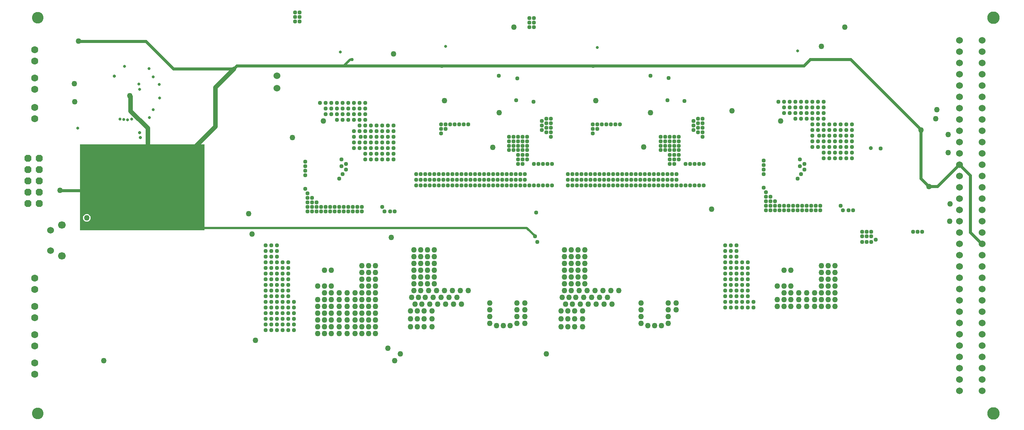
<source format=gbr>
G04 Layer_Physical_Order=3*
G04 Layer_Color=16440176*
%FSLAX45Y45*%
%MOMM*%
%TF.FileFunction,Copper,L3,Inr,Signal*%
%TF.Part,Single*%
G01*
G75*
%TA.AperFunction,Conductor*%
%ADD58C,0.63500*%
%ADD62C,1.00000*%
%ADD64C,0.50000*%
%TA.AperFunction,ViaPad*%
%ADD67C,2.60000*%
%TA.AperFunction,ComponentPad*%
%ADD68C,1.52400*%
%ADD69C,1.70000*%
%ADD70C,1.60000*%
G04:AMPARAMS|DCode=71|XSize=1.5748mm|YSize=1.5748mm|CornerRadius=0mm|HoleSize=0mm|Usage=FLASHONLY|Rotation=90.000|XOffset=0mm|YOffset=0mm|HoleType=Round|Shape=Octagon|*
%AMOCTAGOND71*
4,1,8,0.39370,0.78740,-0.39370,0.78740,-0.78740,0.39370,-0.78740,-0.39370,-0.39370,-0.78740,0.39370,-0.78740,0.78740,-0.39370,0.78740,0.39370,0.39370,0.78740,0.0*
%
%ADD71OCTAGOND71*%

%ADD72C,2.80000*%
%TA.AperFunction,ViaPad*%
%ADD73C,1.52400*%
%ADD74C,1.27000*%
%ADD75C,0.63500*%
%ADD76C,0.70000*%
%ADD77C,0.90000*%
%ADD78C,0.95000*%
%ADD79C,0.67200*%
%ADD80C,0.76200*%
G36*
X6299000Y5669000D02*
X3505000D01*
X3505000Y7600999D01*
X6299000Y7601000D01*
X6299000Y5669000D01*
D02*
G37*
%LPC*%
G36*
X3659000Y6036221D02*
X3637202Y6033351D01*
X3616890Y6024937D01*
X3599447Y6011553D01*
X3586063Y5994110D01*
X3577649Y5973798D01*
X3574779Y5952000D01*
X3577649Y5930202D01*
X3586063Y5909890D01*
X3599447Y5892447D01*
X3616890Y5879063D01*
X3637202Y5870649D01*
X3659000Y5867779D01*
X3680798Y5870649D01*
X3701110Y5879063D01*
X3718553Y5892447D01*
X3731937Y5909890D01*
X3740351Y5930202D01*
X3743221Y5952000D01*
X3740351Y5973798D01*
X3731937Y5994110D01*
X3718553Y6011553D01*
X3701110Y6024937D01*
X3680798Y6033351D01*
X3659000Y6036221D01*
D02*
G37*
%LPD*%
D58*
X5606600Y9296400D02*
X6961400D01*
X3051000Y6565000D02*
X4355000D01*
X3468000Y9917000D02*
X4986000D01*
X5606600Y9296400D01*
X23488000Y5622000D02*
X23750000Y5360000D01*
X22750800Y6654800D02*
X23242999Y7147000D01*
X23488000Y5622000D02*
Y6896000D01*
X23241000Y7143000D02*
X23488000Y6896000D01*
X22555200Y6654800D02*
X22750800D01*
X22378600Y6831400D02*
X22555200Y6654800D01*
X22378600Y6831400D02*
Y7923600D01*
X19753000Y9367000D02*
X19897000Y9511000D01*
X20799780Y9507220D02*
X22375000Y7932000D01*
X19898360Y9507220D02*
X20799780D01*
X9427000Y9367000D02*
X19753000D01*
X7032000D02*
X9427000D01*
X6961400Y9296400D02*
X7032000Y9367000D01*
D62*
X4642000Y8350000D02*
Y8675000D01*
Y8350000D02*
X5026000Y7966000D01*
Y6525000D02*
Y7966000D01*
X6544000Y8882000D02*
X6958400Y9296400D01*
X6544000Y8003391D02*
Y8882000D01*
X6033800Y7493191D02*
X6544000Y8003391D01*
X5059800Y6527800D02*
X6021000Y7489000D01*
X5029200Y6527800D02*
X5059800D01*
D64*
X13533000Y5725000D02*
X13721001Y5537000D01*
X5832000Y5725000D02*
X13533000D01*
X5029200Y6527800D02*
X5832000Y5725000D01*
X9427000Y9367000D02*
X9567220Y9507220D01*
X9611360D01*
D67*
X2557000Y1554900D02*
D03*
Y10444400D02*
D03*
D68*
X2847300Y5668600D02*
D03*
Y5218600D02*
D03*
X23241000Y2063000D02*
D03*
Y2317000D02*
D03*
Y2571000D02*
D03*
Y2825000D02*
D03*
Y3079000D02*
D03*
Y3333000D02*
D03*
Y3587000D02*
D03*
Y3841000D02*
D03*
Y4095000D02*
D03*
Y4349000D02*
D03*
Y4603000D02*
D03*
Y4857000D02*
D03*
Y5111000D02*
D03*
Y5365000D02*
D03*
Y5619000D02*
D03*
Y5873000D02*
D03*
Y6127000D02*
D03*
Y6381000D02*
D03*
Y6635000D02*
D03*
Y6889000D02*
D03*
Y7143000D02*
D03*
Y7397000D02*
D03*
Y7651000D02*
D03*
Y7905000D02*
D03*
Y8159000D02*
D03*
Y8413000D02*
D03*
Y8667000D02*
D03*
Y8921000D02*
D03*
Y9175000D02*
D03*
Y9429000D02*
D03*
Y9683000D02*
D03*
Y9937000D02*
D03*
X23749001Y2063000D02*
D03*
Y2317000D02*
D03*
Y2571000D02*
D03*
Y2825000D02*
D03*
Y3079000D02*
D03*
Y3333000D02*
D03*
Y3587000D02*
D03*
Y3841000D02*
D03*
Y4095000D02*
D03*
Y4349000D02*
D03*
Y4603000D02*
D03*
Y4857000D02*
D03*
Y5111000D02*
D03*
Y5365000D02*
D03*
Y5619000D02*
D03*
Y5873000D02*
D03*
Y6127000D02*
D03*
Y6381000D02*
D03*
Y6635000D02*
D03*
Y6889000D02*
D03*
Y7143000D02*
D03*
Y7397000D02*
D03*
Y7651000D02*
D03*
Y7905000D02*
D03*
Y8159000D02*
D03*
Y8413000D02*
D03*
Y8667000D02*
D03*
Y8921000D02*
D03*
Y9175000D02*
D03*
Y9429000D02*
D03*
Y9683000D02*
D03*
Y9937000D02*
D03*
D69*
X3096300Y5093100D02*
D03*
Y5794100D02*
D03*
D70*
X2492400Y9728200D02*
D03*
Y9474200D02*
D03*
Y8178800D02*
D03*
Y8432800D02*
D03*
Y8839200D02*
D03*
Y9093200D02*
D03*
Y4343400D02*
D03*
Y4597400D02*
D03*
Y3708400D02*
D03*
Y3962400D02*
D03*
Y3073400D02*
D03*
Y3327400D02*
D03*
Y2438400D02*
D03*
Y2692400D02*
D03*
D71*
X2590801Y6273800D02*
D03*
X2336801D02*
D03*
X2590801Y6527800D02*
D03*
X2336801D02*
D03*
X2590801Y6781800D02*
D03*
X2336801D02*
D03*
Y7035800D02*
D03*
X2590801D02*
D03*
Y7289800D02*
D03*
X2336801D02*
D03*
D72*
X24003000Y1555000D02*
D03*
Y10445000D02*
D03*
D73*
X7924800Y9144000D02*
D03*
Y8864600D02*
D03*
D74*
X4357000Y6401000D02*
D03*
X5147000Y6282000D02*
D03*
X4862000Y6143000D02*
D03*
X4511000Y6135000D02*
D03*
X4188000Y6049000D02*
D03*
X4181000Y6566000D02*
D03*
X4623000Y8695000D02*
D03*
X5283000Y6512000D02*
D03*
X3055000Y6569000D02*
D03*
X4355000Y6565000D02*
D03*
X3471200Y9919400D02*
D03*
X3659000Y5952000D02*
D03*
X5026000Y6525000D02*
D03*
X8966200Y8128000D02*
D03*
X19227800Y8128000D02*
D03*
X7289800Y6045200D02*
D03*
X7366000Y5588000D02*
D03*
X8269000Y7753401D02*
D03*
X20142200Y9804400D02*
D03*
X11684000Y8585200D02*
D03*
X12912399Y8311000D02*
D03*
X12765100Y7538600D02*
D03*
X12217400Y4318000D02*
D03*
X12039600D02*
D03*
X11861800D02*
D03*
X11684000D02*
D03*
X11506200D02*
D03*
X11328400D02*
D03*
X11150600D02*
D03*
X11252200Y4165600D02*
D03*
X11430000D02*
D03*
X11607800D02*
D03*
X11785600D02*
D03*
X11963400D02*
D03*
X11176000Y4013200D02*
D03*
X11353800D02*
D03*
X11531600D02*
D03*
X11709400D02*
D03*
X11887200D02*
D03*
X12065000D02*
D03*
X12700000Y4038600D02*
D03*
Y3886200D02*
D03*
Y3733800D02*
D03*
Y3581400D02*
D03*
X13004800Y3530600D02*
D03*
X13309599Y4038600D02*
D03*
X13487399D02*
D03*
X13309599Y3886200D02*
D03*
X13487399D02*
D03*
Y3733800D02*
D03*
X13309599D02*
D03*
X13157201Y3530600D02*
D03*
X13487399Y3581400D02*
D03*
X13309599D02*
D03*
X11404600Y3860800D02*
D03*
X11226800D02*
D03*
X11404600Y3683000D02*
D03*
X11226800D02*
D03*
X11404600Y3505200D02*
D03*
X11226800D02*
D03*
X16701199Y3584200D02*
D03*
Y3736600D02*
D03*
X16878999Y3889000D02*
D03*
X16701199D02*
D03*
X16878999Y4041400D02*
D03*
X16701199D02*
D03*
X16396400Y3533400D02*
D03*
X16244000D02*
D03*
X16091600Y3584200D02*
D03*
Y3736600D02*
D03*
Y3889000D02*
D03*
Y4041400D02*
D03*
X16156700Y7541400D02*
D03*
X16303999Y8313800D02*
D03*
X15075600Y8588000D02*
D03*
X10541000Y9634220D02*
D03*
X18135600Y8356600D02*
D03*
X10134600Y4267200D02*
D03*
X9982200D02*
D03*
X9829800D02*
D03*
Y4419600D02*
D03*
Y4572000D02*
D03*
X9982200Y4419600D02*
D03*
Y4572000D02*
D03*
X10134600D02*
D03*
Y4419600D02*
D03*
X9499600Y4267200D02*
D03*
X9321800D02*
D03*
X9144000D02*
D03*
Y4419600D02*
D03*
X8991600D02*
D03*
X8839200D02*
D03*
X8991600Y4267200D02*
D03*
X9144000Y4775200D02*
D03*
X8991600D02*
D03*
X12852400Y3530600D02*
D03*
X10414000Y3022600D02*
D03*
X7442200Y3200400D02*
D03*
X10693400Y2895600D02*
D03*
X13970000D02*
D03*
X16548801Y3533400D02*
D03*
X10566400Y2743200D02*
D03*
X4038600D02*
D03*
X11150600Y4470400D02*
D03*
Y4622800D02*
D03*
Y4775200D02*
D03*
Y4927600D02*
D03*
Y5080000D02*
D03*
Y5232400D02*
D03*
X10998200Y4318000D02*
D03*
Y4470400D02*
D03*
Y4622800D02*
D03*
Y4775200D02*
D03*
Y4927600D02*
D03*
Y5080000D02*
D03*
Y5232400D02*
D03*
X11099800Y4165600D02*
D03*
X10947400D02*
D03*
X11023600Y4013200D02*
D03*
X11074400Y3860800D02*
D03*
Y3683000D02*
D03*
Y3505200D02*
D03*
X10922000D02*
D03*
Y3683000D02*
D03*
Y3860800D02*
D03*
X11303000Y5232400D02*
D03*
X11455400D02*
D03*
X11303000Y5080000D02*
D03*
X11455400D02*
D03*
Y4927600D02*
D03*
X11303000D02*
D03*
Y4775200D02*
D03*
X11455400D02*
D03*
Y4622800D02*
D03*
X11303000D02*
D03*
Y4470400D02*
D03*
X11455400D02*
D03*
X17678400Y6146800D02*
D03*
X14833600Y4470400D02*
D03*
X14681200D02*
D03*
Y4622800D02*
D03*
X14833600D02*
D03*
Y4775200D02*
D03*
X14681200D02*
D03*
Y4927600D02*
D03*
X14833600D02*
D03*
Y5080000D02*
D03*
X14681200D02*
D03*
X14833600Y5232400D02*
D03*
X14681200D02*
D03*
X14300200Y3860800D02*
D03*
Y3683000D02*
D03*
Y3505200D02*
D03*
X14452600D02*
D03*
Y3683000D02*
D03*
Y3860800D02*
D03*
X14401801Y4013200D02*
D03*
X14325600Y4165600D02*
D03*
X14478000D02*
D03*
X14376401Y5232400D02*
D03*
Y5080000D02*
D03*
Y4927600D02*
D03*
Y4775200D02*
D03*
Y4622800D02*
D03*
Y4470400D02*
D03*
Y4318000D02*
D03*
X14528799Y5232400D02*
D03*
Y5080000D02*
D03*
Y4927600D02*
D03*
Y4775200D02*
D03*
Y4622800D02*
D03*
Y4470400D02*
D03*
X14605000Y3505200D02*
D03*
X14782800D02*
D03*
X14605000Y3683000D02*
D03*
X14782800D02*
D03*
X14605000Y3860800D02*
D03*
X14782800D02*
D03*
X15443201Y4013200D02*
D03*
X15265401D02*
D03*
X15087601D02*
D03*
X14909801D02*
D03*
X14732001D02*
D03*
X14554201D02*
D03*
X15341600Y4165600D02*
D03*
X15163800D02*
D03*
X14986000D02*
D03*
X14808200D02*
D03*
X14630400D02*
D03*
X14528799Y4318000D02*
D03*
X14706599D02*
D03*
X14884399D02*
D03*
X15062199D02*
D03*
X15239999D02*
D03*
X15417799D02*
D03*
X15595599D02*
D03*
X10490200Y5511800D02*
D03*
X10134600Y4876800D02*
D03*
X9982200D02*
D03*
X9829800D02*
D03*
Y4724400D02*
D03*
X9982200D02*
D03*
X10134600D02*
D03*
Y3962400D02*
D03*
Y4114800D02*
D03*
X9982200D02*
D03*
Y3962400D02*
D03*
X9829800Y4114800D02*
D03*
Y3962400D02*
D03*
Y3810000D02*
D03*
X9982200D02*
D03*
X10134600D02*
D03*
X9677400Y3962400D02*
D03*
X9321800Y4114800D02*
D03*
X9499600Y3810000D02*
D03*
X9677400D02*
D03*
X9144000Y3962400D02*
D03*
Y4114800D02*
D03*
X8991600D02*
D03*
Y3962400D02*
D03*
X8839200Y4114800D02*
D03*
Y3962400D02*
D03*
Y3810000D02*
D03*
X8991600D02*
D03*
X9144000D02*
D03*
X9677400Y4114800D02*
D03*
Y4267200D02*
D03*
X9321800Y3962400D02*
D03*
Y3810000D02*
D03*
X9499600Y3962400D02*
D03*
Y4114800D02*
D03*
Y3657600D02*
D03*
Y3505200D02*
D03*
X9321800Y3352800D02*
D03*
Y3505200D02*
D03*
X9677400Y3657600D02*
D03*
X9144000Y3352800D02*
D03*
X8991600D02*
D03*
X8839200D02*
D03*
Y3505200D02*
D03*
Y3657600D02*
D03*
X8991600Y3505200D02*
D03*
Y3657600D02*
D03*
X9144000D02*
D03*
Y3505200D02*
D03*
X9677400Y3352800D02*
D03*
X9499600D02*
D03*
X9321800Y3657600D02*
D03*
X9677400Y3505200D02*
D03*
X10134600Y3352800D02*
D03*
X9982200D02*
D03*
X9829800D02*
D03*
Y3505200D02*
D03*
Y3657600D02*
D03*
X9982200Y3505200D02*
D03*
Y3657600D02*
D03*
X10134600D02*
D03*
Y3505200D02*
D03*
X19812000Y4114800D02*
D03*
Y3962400D02*
D03*
X19634200D02*
D03*
X19989799Y4267200D02*
D03*
Y4114800D02*
D03*
X19151601Y3962400D02*
D03*
Y4114800D02*
D03*
X19303999Y3962400D02*
D03*
Y4114800D02*
D03*
X19456400D02*
D03*
Y3962400D02*
D03*
X19634200Y4114800D02*
D03*
X19989799Y3962400D02*
D03*
X20142200D02*
D03*
Y4114800D02*
D03*
X20294600Y3962400D02*
D03*
Y4114800D02*
D03*
X20447000D02*
D03*
Y3962400D02*
D03*
Y4724400D02*
D03*
X20294600D02*
D03*
X20142200D02*
D03*
Y4876800D02*
D03*
X20294600D02*
D03*
X20447000D02*
D03*
X19303999Y4775200D02*
D03*
X19456400D02*
D03*
X19303999Y4267200D02*
D03*
X19151601Y4419600D02*
D03*
X19303999D02*
D03*
X19456400D02*
D03*
Y4267200D02*
D03*
X19634200D02*
D03*
X19812000D02*
D03*
X20447000Y4419600D02*
D03*
Y4572000D02*
D03*
X20294600D02*
D03*
Y4419600D02*
D03*
X20142200Y4572000D02*
D03*
Y4419600D02*
D03*
Y4267200D02*
D03*
X20294600D02*
D03*
X20447000D02*
D03*
X23018800Y5873801D02*
D03*
X23026401Y6262400D02*
D03*
X22987000Y7416800D02*
D03*
Y7823200D02*
D03*
X22555200Y6654800D02*
D03*
X22708800Y8177600D02*
D03*
X22378600Y7923600D02*
D03*
X22734200Y8383200D02*
D03*
X3389700Y8561000D02*
D03*
X3377000Y8967540D02*
D03*
X13238480Y10233660D02*
D03*
X20667979D02*
D03*
D75*
X3451000Y7970000D02*
D03*
X5288400Y8647800D02*
D03*
X5285400Y8951800D02*
D03*
X5144400Y9114800D02*
D03*
X4505400Y9358800D02*
D03*
X5058400Y9306800D02*
D03*
X5148400Y8379800D02*
D03*
X5061400Y8201800D02*
D03*
X4576000Y8151000D02*
D03*
X4492000Y8161000D02*
D03*
X4406000Y8166000D02*
D03*
X4666400Y8168800D02*
D03*
X4825000Y8955000D02*
D03*
X4843400Y8842800D02*
D03*
D76*
X4274400Y9133800D02*
D03*
X4862400Y7751800D02*
D03*
X4844400Y7863800D02*
D03*
D77*
X21255000Y7515000D02*
D03*
D78*
X21467999Y7512000D02*
D03*
X17071001Y8579000D02*
D03*
X13680000Y8561000D02*
D03*
X9271000Y8153400D02*
D03*
X9017000Y8280400D02*
D03*
X9144000D02*
D03*
X9271000D02*
D03*
X9398000Y8153400D02*
D03*
Y8280400D02*
D03*
X9017000Y8407400D02*
D03*
X9144000D02*
D03*
X9271000D02*
D03*
X9398000D02*
D03*
X8890000Y8534400D02*
D03*
X9017000D02*
D03*
X9144000D02*
D03*
X9271000D02*
D03*
X19177000Y8559800D02*
D03*
X19303999D02*
D03*
Y8432800D02*
D03*
Y8305800D02*
D03*
X19431000D02*
D03*
Y8432800D02*
D03*
Y8559800D02*
D03*
X19558000D02*
D03*
Y8432800D02*
D03*
Y8305800D02*
D03*
Y8178800D02*
D03*
X19685001D02*
D03*
Y8305800D02*
D03*
Y8432800D02*
D03*
X15113000Y7950200D02*
D03*
X15011400Y7848600D02*
D03*
Y7950200D02*
D03*
Y8051800D02*
D03*
X15113000D02*
D03*
X15214600D02*
D03*
X15316200D02*
D03*
X15417799D02*
D03*
X15519400D02*
D03*
X15621001D02*
D03*
X11049000Y6680200D02*
D03*
X11150600D02*
D03*
X11252200D02*
D03*
X11353800D02*
D03*
X11455400D02*
D03*
X11658600D02*
D03*
X11557000D02*
D03*
X12268200D02*
D03*
X12166600D02*
D03*
X12065000D02*
D03*
X11963400D02*
D03*
X11861800D02*
D03*
X11760200D02*
D03*
X12877800D02*
D03*
X12776200D02*
D03*
X12674600D02*
D03*
X12573000D02*
D03*
X12471400D02*
D03*
X12369800D02*
D03*
X13487399D02*
D03*
X13385800D02*
D03*
X13284200D02*
D03*
X13182600D02*
D03*
X13081000D02*
D03*
X12979401D02*
D03*
X11709400Y7950200D02*
D03*
X12217400Y8051800D02*
D03*
X12115800D02*
D03*
X12014200D02*
D03*
X11912600D02*
D03*
X11811000D02*
D03*
X11607800Y7950200D02*
D03*
Y7848600D02*
D03*
X11709400Y8051800D02*
D03*
X11607800D02*
D03*
X13589000Y6680200D02*
D03*
X13690601D02*
D03*
X13792200D02*
D03*
X13893800D02*
D03*
X13995399D02*
D03*
X14097000D02*
D03*
X13690601Y7162800D02*
D03*
X13436600D02*
D03*
X13335001D02*
D03*
X13538200Y7264400D02*
D03*
X13335001D02*
D03*
X13436600D02*
D03*
X13538200Y7366000D02*
D03*
X13436600D02*
D03*
X13335001D02*
D03*
Y7569200D02*
D03*
X13436600D02*
D03*
X13538200D02*
D03*
X13233400D02*
D03*
X13132001Y7572000D02*
D03*
X13131799Y7473800D02*
D03*
X13436600D02*
D03*
X13233400D02*
D03*
X13335001D02*
D03*
X13538200D02*
D03*
Y7670800D02*
D03*
X13868401Y8128000D02*
D03*
X13970000Y7874000D02*
D03*
X14071600Y7772400D02*
D03*
Y7874000D02*
D03*
Y7975600D02*
D03*
X13970000D02*
D03*
X13868401Y7924800D02*
D03*
X14071600Y8077200D02*
D03*
X13970000D02*
D03*
X13868401Y8026400D02*
D03*
X14071600Y8178800D02*
D03*
X13970000D02*
D03*
X13792200Y7162800D02*
D03*
X13893800D02*
D03*
X13995399D02*
D03*
X14097000D02*
D03*
X13335001Y7670800D02*
D03*
X13233400D02*
D03*
X13436600D02*
D03*
X13131799D02*
D03*
Y7772400D02*
D03*
X13233400D02*
D03*
X13538200D02*
D03*
X13436600D02*
D03*
X13335001D02*
D03*
X13321300Y9087700D02*
D03*
X13295898Y8592400D02*
D03*
X12903200Y9144000D02*
D03*
X16687498Y8595200D02*
D03*
X16712898Y9090500D02*
D03*
X17500600Y6680200D02*
D03*
X17399001D02*
D03*
X17297400D02*
D03*
X17195799D02*
D03*
X17094200D02*
D03*
X16992599D02*
D03*
X16383000D02*
D03*
X16484599D02*
D03*
X16586200D02*
D03*
X16687801D02*
D03*
X16789400D02*
D03*
X16891000D02*
D03*
X15773399D02*
D03*
X15875000D02*
D03*
X15976601D02*
D03*
X16078200D02*
D03*
X16179800D02*
D03*
X16281400D02*
D03*
X15163800D02*
D03*
X15265401D02*
D03*
X15367000D02*
D03*
X15468600D02*
D03*
X15570200D02*
D03*
X15671800D02*
D03*
X14960600D02*
D03*
X15062199D02*
D03*
X14859000D02*
D03*
X14757401D02*
D03*
X14655800D02*
D03*
X14554201D02*
D03*
X14452600D02*
D03*
X16738600Y7772400D02*
D03*
X16840199D02*
D03*
X16941800D02*
D03*
X16637000D02*
D03*
X16535400D02*
D03*
Y7670800D02*
D03*
X16840199D02*
D03*
X16637000D02*
D03*
X16738600D02*
D03*
X17399001Y7162800D02*
D03*
X17297400D02*
D03*
X17195799D02*
D03*
X17373599Y8178800D02*
D03*
X17475200D02*
D03*
X17272000Y8026400D02*
D03*
X17373599Y8077200D02*
D03*
X17475200D02*
D03*
X17272000Y7924800D02*
D03*
X17373599Y7975600D02*
D03*
X17475200D02*
D03*
Y7874000D02*
D03*
Y7772400D02*
D03*
X17373599Y7874000D02*
D03*
X17272000Y8128000D02*
D03*
X16941800Y7670800D02*
D03*
Y7473800D02*
D03*
X16738600D02*
D03*
X16637000D02*
D03*
X16840199D02*
D03*
X16535400D02*
D03*
Y7569200D02*
D03*
X16637000D02*
D03*
X16941800D02*
D03*
X16840199D02*
D03*
X16738600D02*
D03*
Y7366000D02*
D03*
X16840199D02*
D03*
X16941800D02*
D03*
X16840199Y7264400D02*
D03*
X16738600D02*
D03*
X16941800D02*
D03*
X16738600Y7162800D02*
D03*
X16840199D02*
D03*
X17094200D02*
D03*
X10566400Y6096000D02*
D03*
X10337800D02*
D03*
X9829800D02*
D03*
Y6197600D02*
D03*
X9728200D02*
D03*
Y6096000D02*
D03*
X9626600D02*
D03*
Y6197600D02*
D03*
X9525000Y6096000D02*
D03*
Y6197600D02*
D03*
X9423400D02*
D03*
Y6096000D02*
D03*
X9321800D02*
D03*
Y6197600D02*
D03*
X9220200D02*
D03*
Y6096000D02*
D03*
X9118600D02*
D03*
Y6197600D02*
D03*
X9017000D02*
D03*
Y6096000D02*
D03*
X8915400D02*
D03*
Y6197600D02*
D03*
X8813800Y6096000D02*
D03*
Y6197600D02*
D03*
X8712200D02*
D03*
Y6096000D02*
D03*
X8610600D02*
D03*
Y6197600D02*
D03*
X8813800Y6299200D02*
D03*
X8712200Y6400800D02*
D03*
Y6299200D02*
D03*
X8610600D02*
D03*
Y6400800D02*
D03*
Y6502400D02*
D03*
X8559800Y6604000D02*
D03*
Y6908800D02*
D03*
Y7010400D02*
D03*
Y7112000D02*
D03*
Y7213600D02*
D03*
X10287000Y6197600D02*
D03*
X10464800Y6096000D02*
D03*
X9906000Y8534400D02*
D03*
X9779000D02*
D03*
X9652000D02*
D03*
X9906000Y8407400D02*
D03*
X9779000D02*
D03*
X9652000D02*
D03*
Y8280400D02*
D03*
X9779000D02*
D03*
X9906000D02*
D03*
X9652000Y8153400D02*
D03*
X9779000D02*
D03*
X9906000D02*
D03*
X9779000Y8026400D02*
D03*
X9906000D02*
D03*
X10033000D02*
D03*
X10160000D02*
D03*
X10287000D02*
D03*
X10414000D02*
D03*
X10541000D02*
D03*
Y7899400D02*
D03*
X9652000D02*
D03*
Y7772400D02*
D03*
Y7645400D02*
D03*
Y7518400D02*
D03*
X9779000Y7899400D02*
D03*
X9906000D02*
D03*
X10033000D02*
D03*
X10160000D02*
D03*
X10289540Y7896860D02*
D03*
X10414000Y7899400D02*
D03*
X10541000Y7772400D02*
D03*
X10414000D02*
D03*
X10287000D02*
D03*
X10160000D02*
D03*
X10033000D02*
D03*
X9906000D02*
D03*
X9804400D02*
D03*
X9779000Y7645400D02*
D03*
Y7518400D02*
D03*
X9906000D02*
D03*
X10033000D02*
D03*
X10160000D02*
D03*
X10287000D02*
D03*
X10414000D02*
D03*
X10541000D02*
D03*
Y7645400D02*
D03*
X10414000D02*
D03*
X10287000D02*
D03*
X10160000D02*
D03*
X10033000D02*
D03*
X9906000D02*
D03*
X9398000Y8534400D02*
D03*
X16306799Y9144000D02*
D03*
X10541000Y7391400D02*
D03*
X10414000D02*
D03*
X10287000D02*
D03*
X10160000D02*
D03*
X10033000D02*
D03*
X9906000D02*
D03*
Y7264400D02*
D03*
X10033000D02*
D03*
X10160000D02*
D03*
X10287000D02*
D03*
X10414000D02*
D03*
X10541000D02*
D03*
X9525000Y8407400D02*
D03*
Y8153400D02*
D03*
Y8280400D02*
D03*
Y8534400D02*
D03*
X7670800Y5334000D02*
D03*
Y5207000D02*
D03*
Y5080000D02*
D03*
Y4953000D02*
D03*
Y4826000D02*
D03*
Y4699000D02*
D03*
Y4572000D02*
D03*
Y4445000D02*
D03*
Y4318000D02*
D03*
X7797800D02*
D03*
Y4445000D02*
D03*
Y4572000D02*
D03*
Y4699000D02*
D03*
Y4826000D02*
D03*
Y4953000D02*
D03*
Y5080000D02*
D03*
Y5207000D02*
D03*
Y5334000D02*
D03*
X7924800Y4318000D02*
D03*
Y4445000D02*
D03*
Y4572000D02*
D03*
Y4699000D02*
D03*
Y4826000D02*
D03*
Y4953000D02*
D03*
Y5080000D02*
D03*
Y5207000D02*
D03*
Y5334000D02*
D03*
X7670800Y3429000D02*
D03*
Y3556000D02*
D03*
Y3683000D02*
D03*
Y3810000D02*
D03*
Y3937000D02*
D03*
Y4064000D02*
D03*
Y4191000D02*
D03*
X7797800D02*
D03*
Y4064000D02*
D03*
Y3937000D02*
D03*
Y3810000D02*
D03*
Y3683000D02*
D03*
Y3556000D02*
D03*
Y3429000D02*
D03*
X7924800Y4191000D02*
D03*
Y4064000D02*
D03*
Y3937000D02*
D03*
Y3810000D02*
D03*
Y3683000D02*
D03*
Y3556000D02*
D03*
Y3429000D02*
D03*
X8051800Y4953000D02*
D03*
Y4826000D02*
D03*
Y4699000D02*
D03*
Y4572000D02*
D03*
Y4445000D02*
D03*
Y4318000D02*
D03*
Y4191000D02*
D03*
X8178800Y4953000D02*
D03*
Y4826000D02*
D03*
Y4699000D02*
D03*
Y4572000D02*
D03*
Y4445000D02*
D03*
Y4318000D02*
D03*
Y4191000D02*
D03*
X8305800Y3429000D02*
D03*
Y3556000D02*
D03*
Y3683000D02*
D03*
Y3810000D02*
D03*
Y3937000D02*
D03*
Y4064000D02*
D03*
X8178800Y3429000D02*
D03*
Y3556000D02*
D03*
Y3683000D02*
D03*
Y3810000D02*
D03*
Y3937000D02*
D03*
Y4064000D02*
D03*
X8051800D02*
D03*
Y3937000D02*
D03*
Y3810000D02*
D03*
Y3683000D02*
D03*
Y3556000D02*
D03*
Y3429000D02*
D03*
X18364200Y3937000D02*
D03*
Y4064000D02*
D03*
X18491200D02*
D03*
Y3937000D02*
D03*
X18618201Y4064000D02*
D03*
Y3937000D02*
D03*
X18491200Y4191000D02*
D03*
Y4318000D02*
D03*
Y4445000D02*
D03*
Y4572000D02*
D03*
Y4699000D02*
D03*
Y4826000D02*
D03*
Y4953000D02*
D03*
X18364200Y4191000D02*
D03*
Y4318000D02*
D03*
Y4445000D02*
D03*
Y4572000D02*
D03*
Y4699000D02*
D03*
Y4826000D02*
D03*
Y4953000D02*
D03*
X18237199Y3937000D02*
D03*
Y4064000D02*
D03*
Y4191000D02*
D03*
X18110201Y3937000D02*
D03*
Y4064000D02*
D03*
Y4191000D02*
D03*
X17983200D02*
D03*
Y4064000D02*
D03*
Y3937000D02*
D03*
X18237199Y5334000D02*
D03*
Y5207000D02*
D03*
Y5080000D02*
D03*
Y4953000D02*
D03*
Y4826000D02*
D03*
Y4699000D02*
D03*
Y4572000D02*
D03*
Y4445000D02*
D03*
Y4318000D02*
D03*
X18110201Y5334000D02*
D03*
Y5207000D02*
D03*
Y5080000D02*
D03*
Y4953000D02*
D03*
Y4826000D02*
D03*
Y4699000D02*
D03*
Y4572000D02*
D03*
Y4445000D02*
D03*
Y4318000D02*
D03*
X17983200D02*
D03*
Y4445000D02*
D03*
Y4572000D02*
D03*
Y4699000D02*
D03*
Y4826000D02*
D03*
Y4953000D02*
D03*
Y5080000D02*
D03*
Y5207000D02*
D03*
Y5334000D02*
D03*
X19812000Y8559800D02*
D03*
Y8432800D02*
D03*
Y8178800D02*
D03*
Y8305800D02*
D03*
X20828000Y7289800D02*
D03*
X20700999D02*
D03*
X20574001D02*
D03*
X20447000D02*
D03*
X20320000D02*
D03*
X20192999D02*
D03*
Y7416800D02*
D03*
X20320000D02*
D03*
X20447000D02*
D03*
X20574001D02*
D03*
X20700999D02*
D03*
X20828000D02*
D03*
X19685001Y8559800D02*
D03*
X20192999Y7670800D02*
D03*
X20320000D02*
D03*
X20447000D02*
D03*
X20574001D02*
D03*
X20700999D02*
D03*
X20828000D02*
D03*
Y7543800D02*
D03*
X20700999D02*
D03*
X20574001D02*
D03*
X20447000D02*
D03*
X20320000D02*
D03*
X20192999D02*
D03*
X20066000D02*
D03*
Y7670800D02*
D03*
X20091400Y7797800D02*
D03*
X20192999D02*
D03*
X20320000D02*
D03*
X20447000D02*
D03*
X20574001D02*
D03*
X20700999D02*
D03*
X20828000D02*
D03*
X20700999Y7924800D02*
D03*
X20576540D02*
D03*
X20447000D02*
D03*
X20320000D02*
D03*
X20192999D02*
D03*
X20066000D02*
D03*
X19939000Y7543800D02*
D03*
Y7670800D02*
D03*
Y7797800D02*
D03*
Y7924800D02*
D03*
X20828000D02*
D03*
Y8051800D02*
D03*
X20700999D02*
D03*
X20574001D02*
D03*
X20447000D02*
D03*
X20320000D02*
D03*
X20192999D02*
D03*
X20066000D02*
D03*
X19939000D02*
D03*
X20192999Y8178800D02*
D03*
X20066000D02*
D03*
X19939000D02*
D03*
X20192999Y8305800D02*
D03*
X20066000D02*
D03*
X19939000D02*
D03*
Y8432800D02*
D03*
X20066000D02*
D03*
X20192999D02*
D03*
X19939000Y8559800D02*
D03*
X20066000D02*
D03*
X20192999D02*
D03*
X20574001Y6223000D02*
D03*
X18846800Y7239000D02*
D03*
Y7137400D02*
D03*
Y7035800D02*
D03*
Y6934200D02*
D03*
Y6629400D02*
D03*
X18897600Y6527800D02*
D03*
Y6426200D02*
D03*
Y6324600D02*
D03*
X18999200D02*
D03*
Y6426200D02*
D03*
X19100800Y6324600D02*
D03*
X18897600Y6223000D02*
D03*
Y6121400D02*
D03*
X18999200D02*
D03*
Y6223000D02*
D03*
X19100800D02*
D03*
Y6121400D02*
D03*
X19202400Y6223000D02*
D03*
Y6121400D02*
D03*
X19303999D02*
D03*
Y6223000D02*
D03*
X19405600D02*
D03*
Y6121400D02*
D03*
X19507201D02*
D03*
Y6223000D02*
D03*
X19608800D02*
D03*
Y6121400D02*
D03*
X19710400D02*
D03*
Y6223000D02*
D03*
X19812000D02*
D03*
Y6121400D02*
D03*
X19913600Y6223000D02*
D03*
Y6121400D02*
D03*
X20015199D02*
D03*
Y6223000D02*
D03*
X20116800D02*
D03*
Y6121400D02*
D03*
X20624800D02*
D03*
X20853400D02*
D03*
X19608800Y6832600D02*
D03*
X19685001Y6934200D02*
D03*
X19761200Y7035800D02*
D03*
Y7162800D02*
D03*
X19659599Y7264400D02*
D03*
Y7112000D02*
D03*
X9372600D02*
D03*
Y7264400D02*
D03*
X9474200Y7162800D02*
D03*
Y7035800D02*
D03*
X9398000Y6934200D02*
D03*
X9321800Y6832600D02*
D03*
X21056599Y5638800D02*
D03*
Y5537200D02*
D03*
Y5410200D02*
D03*
X21158200Y5638800D02*
D03*
Y5537200D02*
D03*
Y5410200D02*
D03*
X21259801D02*
D03*
Y5537200D02*
D03*
Y5638800D02*
D03*
X21361400Y5461000D02*
D03*
X13741400Y6070600D02*
D03*
X13716000Y5537200D02*
D03*
X13766800Y5410200D02*
D03*
X12979401Y6807200D02*
D03*
X13081000D02*
D03*
X13182600D02*
D03*
X13284200D02*
D03*
X13385800D02*
D03*
X13487399D02*
D03*
X12369800D02*
D03*
X12471400D02*
D03*
X12573000D02*
D03*
X12674600D02*
D03*
X12776200D02*
D03*
X12877800D02*
D03*
X11760200D02*
D03*
X11861800D02*
D03*
X11963400D02*
D03*
X12065000D02*
D03*
X12166600D02*
D03*
X12268200D02*
D03*
X11557000D02*
D03*
X11658600D02*
D03*
X11455400D02*
D03*
X11353800D02*
D03*
X11252200D02*
D03*
X11150600D02*
D03*
X11049000D02*
D03*
X12979401Y6934200D02*
D03*
X13081000D02*
D03*
X13182600D02*
D03*
X13284200D02*
D03*
X13385800D02*
D03*
X13487399D02*
D03*
X12369800D02*
D03*
X12471400D02*
D03*
X12573000D02*
D03*
X12674600D02*
D03*
X12776200D02*
D03*
X12877800D02*
D03*
X11760200D02*
D03*
X11861800D02*
D03*
X11963400D02*
D03*
X12065000D02*
D03*
X12166600D02*
D03*
X12268200D02*
D03*
X11557000D02*
D03*
X11658600D02*
D03*
X11455400D02*
D03*
X11353800D02*
D03*
X11252200D02*
D03*
X11150600D02*
D03*
X11049000D02*
D03*
X14452600D02*
D03*
X14554201D02*
D03*
X14655800D02*
D03*
X14757401D02*
D03*
X14859000D02*
D03*
X15062199D02*
D03*
X14960600D02*
D03*
X15671800D02*
D03*
X15570200D02*
D03*
X15468600D02*
D03*
X15367000D02*
D03*
X15265401D02*
D03*
X15163800D02*
D03*
X16281400D02*
D03*
X16179800D02*
D03*
X16078200D02*
D03*
X15976601D02*
D03*
X15875000D02*
D03*
X15773399D02*
D03*
X16789400D02*
D03*
X16687801D02*
D03*
X16586200D02*
D03*
X16484599D02*
D03*
X16383000D02*
D03*
X14452600Y6807200D02*
D03*
X14554201D02*
D03*
X14655800D02*
D03*
X14757401D02*
D03*
X14859000D02*
D03*
X15062199D02*
D03*
X14960600D02*
D03*
X15671800D02*
D03*
X15570200D02*
D03*
X15468600D02*
D03*
X15367000D02*
D03*
X15265401D02*
D03*
X15163800D02*
D03*
X16281400D02*
D03*
X16179800D02*
D03*
X16078200D02*
D03*
X15976601D02*
D03*
X15875000D02*
D03*
X15773399D02*
D03*
X16789400D02*
D03*
X16687801D02*
D03*
X16586200D02*
D03*
X16484599D02*
D03*
X16383000D02*
D03*
X16891000Y6934200D02*
D03*
Y6807200D02*
D03*
X20751801Y6121400D02*
D03*
X22402800Y5638800D02*
D03*
X22301199D02*
D03*
X22199600D02*
D03*
X13589000Y10236200D02*
D03*
Y10439400D02*
D03*
Y10337800D02*
D03*
X13690601Y10439400D02*
D03*
Y10337800D02*
D03*
Y10236200D02*
D03*
X8432800Y10566400D02*
D03*
Y10464800D02*
D03*
Y10363200D02*
D03*
X8331200D02*
D03*
Y10464800D02*
D03*
Y10566400D02*
D03*
X17500600Y7162800D02*
D03*
D79*
X19608800Y9702800D02*
D03*
X9347200Y9677400D02*
D03*
X15113000Y9779000D02*
D03*
X11709400Y9804400D02*
D03*
D80*
X9611360Y9507220D02*
D03*
X19898360D02*
D03*
X11624900Y9355300D02*
D03*
X15016499Y9358100D02*
D03*
%TF.MD5,02afb0a23f950e4791867a9e02c5e1a7*%
M02*

</source>
